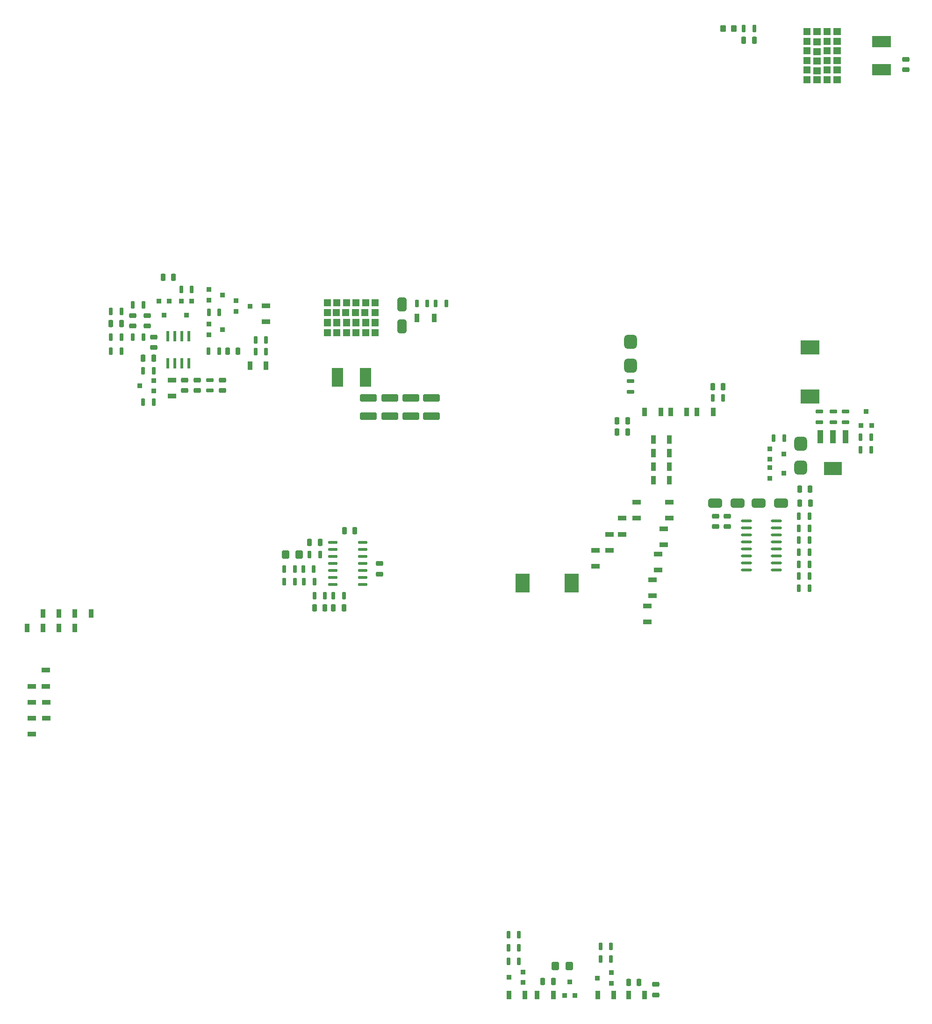
<source format=gtp>
G04*
G04 #@! TF.GenerationSoftware,Altium Limited,Altium Designer,25.3.3 (18)*
G04*
G04 Layer_Color=8421504*
%FSLAX44Y44*%
%MOMM*%
G71*
G04*
G04 #@! TF.SameCoordinates,95261EA5-16E4-4C31-8C51-D7BA18121D47*
G04*
G04*
G04 #@! TF.FilePolarity,Positive*
G04*
G01*
G75*
%ADD29R,3.5000X2.0000*%
%ADD30R,0.9500X0.9000*%
G04:AMPARAMS|DCode=31|XSize=0.9mm|YSize=1.6mm|CornerRadius=0.135mm|HoleSize=0mm|Usage=FLASHONLY|Rotation=0.000|XOffset=0mm|YOffset=0mm|HoleType=Round|Shape=RoundedRectangle|*
%AMROUNDEDRECTD31*
21,1,0.9000,1.3300,0,0,0.0*
21,1,0.6300,1.6000,0,0,0.0*
1,1,0.2700,0.3150,-0.6650*
1,1,0.2700,-0.3150,-0.6650*
1,1,0.2700,-0.3150,0.6650*
1,1,0.2700,0.3150,0.6650*
%
%ADD31ROUNDEDRECTD31*%
%ADD32R,0.9000X0.9500*%
G04:AMPARAMS|DCode=33|XSize=1.1mm|YSize=1.2mm|CornerRadius=0.165mm|HoleSize=0mm|Usage=FLASHONLY|Rotation=180.000|XOffset=0mm|YOffset=0mm|HoleType=Round|Shape=RoundedRectangle|*
%AMROUNDEDRECTD33*
21,1,1.1000,0.8700,0,0,180.0*
21,1,0.7700,1.2000,0,0,180.0*
1,1,0.3300,-0.3850,0.4350*
1,1,0.3300,0.3850,0.4350*
1,1,0.3300,0.3850,-0.4350*
1,1,0.3300,-0.3850,-0.4350*
%
%ADD33ROUNDEDRECTD33*%
G04:AMPARAMS|DCode=34|XSize=0.9mm|YSize=1.3mm|CornerRadius=0.225mm|HoleSize=0mm|Usage=FLASHONLY|Rotation=90.000|XOffset=0mm|YOffset=0mm|HoleType=Round|Shape=RoundedRectangle|*
%AMROUNDEDRECTD34*
21,1,0.9000,0.8500,0,0,90.0*
21,1,0.4500,1.3000,0,0,90.0*
1,1,0.4500,0.4250,0.2250*
1,1,0.4500,0.4250,-0.2250*
1,1,0.4500,-0.4250,-0.2250*
1,1,0.4500,-0.4250,0.2250*
%
%ADD34ROUNDEDRECTD34*%
G04:AMPARAMS|DCode=35|XSize=0.9mm|YSize=1.6mm|CornerRadius=0.135mm|HoleSize=0mm|Usage=FLASHONLY|Rotation=270.000|XOffset=0mm|YOffset=0mm|HoleType=Round|Shape=RoundedRectangle|*
%AMROUNDEDRECTD35*
21,1,0.9000,1.3300,0,0,270.0*
21,1,0.6300,1.6000,0,0,270.0*
1,1,0.2700,-0.6650,-0.3150*
1,1,0.2700,-0.6650,0.3150*
1,1,0.2700,0.6650,0.3150*
1,1,0.2700,0.6650,-0.3150*
%
%ADD35ROUNDEDRECTD35*%
G04:AMPARAMS|DCode=36|XSize=0.9mm|YSize=1.3mm|CornerRadius=0.225mm|HoleSize=0mm|Usage=FLASHONLY|Rotation=180.000|XOffset=0mm|YOffset=0mm|HoleType=Round|Shape=RoundedRectangle|*
%AMROUNDEDRECTD36*
21,1,0.9000,0.8500,0,0,180.0*
21,1,0.4500,1.3000,0,0,180.0*
1,1,0.4500,-0.2250,0.4250*
1,1,0.4500,0.2250,0.4250*
1,1,0.4500,0.2250,-0.4250*
1,1,0.4500,-0.2250,-0.4250*
%
%ADD36ROUNDEDRECTD36*%
G04:AMPARAMS|DCode=37|XSize=0.7mm|YSize=1.3mm|CornerRadius=0.105mm|HoleSize=0mm|Usage=FLASHONLY|Rotation=180.000|XOffset=0mm|YOffset=0mm|HoleType=Round|Shape=RoundedRectangle|*
%AMROUNDEDRECTD37*
21,1,0.7000,1.0900,0,0,180.0*
21,1,0.4900,1.3000,0,0,180.0*
1,1,0.2100,-0.2450,0.5450*
1,1,0.2100,0.2450,0.5450*
1,1,0.2100,0.2450,-0.5450*
1,1,0.2100,-0.2450,-0.5450*
%
%ADD37ROUNDEDRECTD37*%
G04:AMPARAMS|DCode=38|XSize=1.4mm|YSize=1.55mm|CornerRadius=0.35mm|HoleSize=0mm|Usage=FLASHONLY|Rotation=0.000|XOffset=0mm|YOffset=0mm|HoleType=Round|Shape=RoundedRectangle|*
%AMROUNDEDRECTD38*
21,1,1.4000,0.8500,0,0,0.0*
21,1,0.7000,1.5500,0,0,0.0*
1,1,0.7000,0.3500,-0.4250*
1,1,0.7000,-0.3500,-0.4250*
1,1,0.7000,-0.3500,0.4250*
1,1,0.7000,0.3500,0.4250*
%
%ADD38ROUNDEDRECTD38*%
G04:AMPARAMS|DCode=39|XSize=2.5mm|YSize=2.3mm|CornerRadius=0.575mm|HoleSize=0mm|Usage=FLASHONLY|Rotation=270.000|XOffset=0mm|YOffset=0mm|HoleType=Round|Shape=RoundedRectangle|*
%AMROUNDEDRECTD39*
21,1,2.5000,1.1500,0,0,270.0*
21,1,1.3500,2.3000,0,0,270.0*
1,1,1.1500,-0.5750,-0.6750*
1,1,1.1500,-0.5750,0.6750*
1,1,1.1500,0.5750,0.6750*
1,1,1.1500,0.5750,-0.6750*
%
%ADD39ROUNDEDRECTD39*%
G04:AMPARAMS|DCode=40|XSize=0.7mm|YSize=1.3mm|CornerRadius=0.105mm|HoleSize=0mm|Usage=FLASHONLY|Rotation=270.000|XOffset=0mm|YOffset=0mm|HoleType=Round|Shape=RoundedRectangle|*
%AMROUNDEDRECTD40*
21,1,0.7000,1.0900,0,0,270.0*
21,1,0.4900,1.3000,0,0,270.0*
1,1,0.2100,-0.5450,-0.2450*
1,1,0.2100,-0.5450,0.2450*
1,1,0.2100,0.5450,0.2450*
1,1,0.2100,0.5450,-0.2450*
%
%ADD40ROUNDEDRECTD40*%
G04:AMPARAMS|DCode=41|XSize=1.3mm|YSize=1.5mm|CornerRadius=0.195mm|HoleSize=0mm|Usage=FLASHONLY|Rotation=0.000|XOffset=0mm|YOffset=0mm|HoleType=Round|Shape=RoundedRectangle|*
%AMROUNDEDRECTD41*
21,1,1.3000,1.1100,0,0,0.0*
21,1,0.9100,1.5000,0,0,0.0*
1,1,0.3900,0.4550,-0.5550*
1,1,0.3900,-0.4550,-0.5550*
1,1,0.3900,-0.4550,0.5550*
1,1,0.3900,0.4550,0.5550*
%
%ADD41ROUNDEDRECTD41*%
%ADD42O,2.0000X0.5500*%
G04:AMPARAMS|DCode=43|XSize=0.9mm|YSize=1.6mm|CornerRadius=0.225mm|HoleSize=0mm|Usage=FLASHONLY|Rotation=180.000|XOffset=0mm|YOffset=0mm|HoleType=Round|Shape=RoundedRectangle|*
%AMROUNDEDRECTD43*
21,1,0.9000,1.1500,0,0,180.0*
21,1,0.4500,1.6000,0,0,180.0*
1,1,0.4500,-0.2250,0.5750*
1,1,0.4500,0.2250,0.5750*
1,1,0.4500,0.2250,-0.5750*
1,1,0.4500,-0.2250,-0.5750*
%
%ADD43ROUNDEDRECTD43*%
G04:AMPARAMS|DCode=44|XSize=1.3mm|YSize=3mm|CornerRadius=0.195mm|HoleSize=0mm|Usage=FLASHONLY|Rotation=270.000|XOffset=0mm|YOffset=0mm|HoleType=Round|Shape=RoundedRectangle|*
%AMROUNDEDRECTD44*
21,1,1.3000,2.6100,0,0,270.0*
21,1,0.9100,3.0000,0,0,270.0*
1,1,0.3900,-1.3050,-0.4550*
1,1,0.3900,-1.3050,0.4550*
1,1,0.3900,1.3050,0.4550*
1,1,0.3900,1.3050,-0.4550*
%
%ADD44ROUNDEDRECTD44*%
%ADD45R,0.5588X1.9812*%
G04:AMPARAMS|DCode=46|XSize=2.5mm|YSize=1.7mm|CornerRadius=0.425mm|HoleSize=0mm|Usage=FLASHONLY|Rotation=90.000|XOffset=0mm|YOffset=0mm|HoleType=Round|Shape=RoundedRectangle|*
%AMROUNDEDRECTD46*
21,1,2.5000,0.8500,0,0,90.0*
21,1,1.6500,1.7000,0,0,90.0*
1,1,0.8500,0.4250,0.8250*
1,1,0.8500,0.4250,-0.8250*
1,1,0.8500,-0.4250,-0.8250*
1,1,0.8500,-0.4250,0.8250*
%
%ADD46ROUNDEDRECTD46*%
%ADD47R,2.0000X3.5000*%
%ADD48R,3.5000X2.5000*%
%ADD49O,1.8000X0.5500*%
%ADD50R,3.3000X2.4000*%
%ADD51R,1.0000X2.4000*%
G04:AMPARAMS|DCode=52|XSize=2.5mm|YSize=1.7mm|CornerRadius=0.425mm|HoleSize=0mm|Usage=FLASHONLY|Rotation=0.000|XOffset=0mm|YOffset=0mm|HoleType=Round|Shape=RoundedRectangle|*
%AMROUNDEDRECTD52*
21,1,2.5000,0.8500,0,0,0.0*
21,1,1.6500,1.7000,0,0,0.0*
1,1,0.8500,0.8250,-0.4250*
1,1,0.8500,-0.8250,-0.4250*
1,1,0.8500,-0.8250,0.4250*
1,1,0.8500,0.8250,0.4250*
%
%ADD52ROUNDEDRECTD52*%
%ADD53R,2.5000X3.5000*%
G36*
X641554Y1698017D02*
X628854D01*
Y1710916D01*
X641554D01*
Y1698017D01*
D02*
G37*
G36*
X624180D02*
X611480D01*
Y1710916D01*
X624180D01*
Y1698017D01*
D02*
G37*
G36*
X606806D02*
X594106D01*
Y1710916D01*
X606806D01*
Y1698017D01*
D02*
G37*
G36*
X641554Y1679865D02*
X628854D01*
Y1692765D01*
X641554D01*
Y1679865D01*
D02*
G37*
G36*
X624180D02*
X611480D01*
Y1692765D01*
X624180D01*
Y1679865D01*
D02*
G37*
G36*
X606806D02*
X594106D01*
Y1692765D01*
X606806D01*
Y1679865D01*
D02*
G37*
G36*
X641554Y1734321D02*
X628854D01*
Y1747220D01*
X641554D01*
Y1734321D01*
D02*
G37*
G36*
X624180D02*
X611480D01*
Y1747220D01*
X624180D01*
Y1734321D01*
D02*
G37*
G36*
X606806D02*
X594106D01*
Y1747220D01*
X606806D01*
Y1734321D01*
D02*
G37*
G36*
X640284Y1716169D02*
X627584D01*
Y1729068D01*
X640284D01*
Y1716169D01*
D02*
G37*
G36*
X622910D02*
X610210D01*
Y1729068D01*
X622910D01*
Y1716169D01*
D02*
G37*
G36*
X606806D02*
X594106D01*
Y1729068D01*
X606806D01*
Y1716169D01*
D02*
G37*
G36*
X693676Y1698017D02*
X680976D01*
Y1710916D01*
X693676D01*
Y1698017D01*
D02*
G37*
G36*
X676302D02*
X663602D01*
Y1710916D01*
X676302D01*
Y1698017D01*
D02*
G37*
G36*
X658928D02*
X646228D01*
Y1710916D01*
X658928D01*
Y1698017D01*
D02*
G37*
G36*
X693676Y1679865D02*
X680976D01*
Y1692765D01*
X693676D01*
Y1679865D01*
D02*
G37*
G36*
X676302D02*
X663602D01*
Y1692765D01*
X676302D01*
Y1679865D01*
D02*
G37*
G36*
X658928D02*
X646228D01*
Y1692765D01*
X658928D01*
Y1679865D01*
D02*
G37*
G36*
X693676Y1734321D02*
X680976D01*
Y1747220D01*
X693676D01*
Y1734321D01*
D02*
G37*
G36*
X676302D02*
X663602D01*
Y1747220D01*
X676302D01*
Y1734321D01*
D02*
G37*
G36*
X658928D02*
X646228D01*
Y1747220D01*
X658928D01*
Y1734321D01*
D02*
G37*
G36*
X693676Y1716169D02*
X680976D01*
Y1729068D01*
X693676D01*
Y1716169D01*
D02*
G37*
G36*
X675032D02*
X662332D01*
Y1729068D01*
X675032D01*
Y1716169D01*
D02*
G37*
G36*
X657658D02*
X644958D01*
Y1729068D01*
X657658D01*
Y1716169D01*
D02*
G37*
G36*
X1475840Y2172774D02*
X1462941D01*
Y2185474D01*
X1475840D01*
Y2172774D01*
D02*
G37*
G36*
X1493992Y2171504D02*
X1481092D01*
Y2184204D01*
X1493992D01*
Y2171504D01*
D02*
G37*
G36*
X1475840Y2155401D02*
X1462941D01*
Y2168100D01*
X1475840D01*
Y2155401D01*
D02*
G37*
G36*
X1493992Y2154131D02*
X1481092D01*
Y2166830D01*
X1493992D01*
Y2154131D01*
D02*
G37*
G36*
Y2138027D02*
X1481092D01*
Y2150727D01*
X1493992D01*
Y2138027D01*
D02*
G37*
G36*
X1475840D02*
X1462941D01*
Y2150727D01*
X1475840D01*
Y2138027D01*
D02*
G37*
G36*
X1530296Y2172774D02*
X1517396D01*
Y2185474D01*
X1530296D01*
Y2172774D01*
D02*
G37*
G36*
X1512144D02*
X1499244D01*
Y2185474D01*
X1512144D01*
Y2172774D01*
D02*
G37*
G36*
X1530296Y2155401D02*
X1517396D01*
Y2168100D01*
X1530296D01*
Y2155401D01*
D02*
G37*
G36*
X1512144D02*
X1499244D01*
Y2168100D01*
X1512144D01*
Y2155401D01*
D02*
G37*
G36*
X1530296Y2138027D02*
X1517396D01*
Y2150727D01*
X1530296D01*
Y2138027D01*
D02*
G37*
G36*
X1512144D02*
X1499244D01*
Y2150727D01*
X1512144D01*
Y2138027D01*
D02*
G37*
G36*
X1493992Y2224896D02*
X1481092D01*
Y2237596D01*
X1493992D01*
Y2224896D01*
D02*
G37*
G36*
X1475840Y2224896D02*
X1462941D01*
Y2237596D01*
X1475840D01*
Y2224896D01*
D02*
G37*
G36*
Y2207522D02*
X1462941D01*
Y2220222D01*
X1475840D01*
Y2207522D01*
D02*
G37*
G36*
X1493992Y2206252D02*
X1481092D01*
Y2218952D01*
X1493992D01*
Y2206252D01*
D02*
G37*
G36*
X1475840Y2190148D02*
X1462941D01*
Y2202848D01*
X1475840D01*
Y2190148D01*
D02*
G37*
G36*
X1493992Y2188878D02*
X1481092D01*
Y2201578D01*
X1493992D01*
Y2188878D01*
D02*
G37*
G36*
X1530296Y2224896D02*
X1517396D01*
Y2237596D01*
X1530296D01*
Y2224896D01*
D02*
G37*
G36*
X1512144D02*
X1499244D01*
Y2237596D01*
X1512144D01*
Y2224896D01*
D02*
G37*
G36*
X1530296Y2207522D02*
X1517396D01*
Y2220222D01*
X1530296D01*
Y2207522D01*
D02*
G37*
G36*
X1512144D02*
X1499244D01*
Y2220222D01*
X1512144D01*
Y2207522D01*
D02*
G37*
G36*
X1530296Y2190148D02*
X1517396D01*
Y2202848D01*
X1530296D01*
Y2190148D01*
D02*
G37*
G36*
X1512144D02*
X1499244D01*
Y2202848D01*
X1512144D01*
Y2190148D01*
D02*
G37*
D29*
X1604310Y2162411D02*
D03*
Y2213211D02*
D03*
D30*
X954840Y509531D02*
D03*
X929840Y519031D02*
D03*
X954840Y528531D02*
D03*
X1114860Y508261D02*
D03*
X1089860Y517761D02*
D03*
X1114860Y527261D02*
D03*
X385600Y1745401D02*
D03*
X410600Y1754901D02*
D03*
X385600Y1764401D02*
D03*
Y1701701D02*
D03*
X410600Y1692201D02*
D03*
X385600Y1682701D02*
D03*
X435480Y1724921D02*
D03*
X460480Y1734421D02*
D03*
X435480Y1743921D02*
D03*
X285750Y1580800D02*
D03*
X260750Y1590301D02*
D03*
X285750Y1599801D02*
D03*
X1402280Y1456951D02*
D03*
X1427280Y1466451D02*
D03*
X1402280Y1475951D02*
D03*
Y1422661D02*
D03*
X1427280Y1432161D02*
D03*
X1402280Y1441661D02*
D03*
D31*
X958590Y487282D02*
D03*
X929590D02*
D03*
X1119400Y487281D02*
D03*
X1090400D02*
D03*
X1219900Y1492600D02*
D03*
X1190900D02*
D03*
X489480Y1626470D02*
D03*
X460480D02*
D03*
X85343Y1151491D02*
D03*
X56343D02*
D03*
X1219900Y1443576D02*
D03*
X1190900D02*
D03*
Y1468088D02*
D03*
X1219900D02*
D03*
X1190900Y1419064D02*
D03*
X1219900D02*
D03*
X114343Y1178160D02*
D03*
X85343D02*
D03*
X143343Y1151491D02*
D03*
X114343D02*
D03*
X143343Y1178160D02*
D03*
X172343D02*
D03*
X1175280Y487280D02*
D03*
X1146280D02*
D03*
X980650D02*
D03*
X1009650D02*
D03*
X1204490Y1542650D02*
D03*
X1175490D02*
D03*
X1222480D02*
D03*
X1251480D02*
D03*
X1270210D02*
D03*
X1299210D02*
D03*
D32*
X1049020Y486011D02*
D03*
X1039520Y511011D02*
D03*
X1030020Y486011D02*
D03*
X335940Y1743111D02*
D03*
X345440Y1718111D02*
D03*
X354940Y1743111D02*
D03*
X295300D02*
D03*
X304800Y1718111D02*
D03*
X314300Y1743111D02*
D03*
X1567180Y1518261D02*
D03*
X1576680Y1543261D02*
D03*
X1586180Y1518261D02*
D03*
D33*
X1317150Y2237341D02*
D03*
X1337150D02*
D03*
D34*
X248310Y1698251D02*
D03*
Y1717251D02*
D03*
X694692Y1249331D02*
D03*
Y1268331D02*
D03*
X1648699Y2181411D02*
D03*
Y2162411D02*
D03*
X1195070Y487281D02*
D03*
Y506281D02*
D03*
X341629Y1600411D02*
D03*
Y1581411D02*
D03*
X364489Y1600411D02*
D03*
Y1581411D02*
D03*
X410212D02*
D03*
Y1600411D02*
D03*
X285750Y1678491D02*
D03*
Y1659491D02*
D03*
X274322Y1698251D02*
D03*
Y1717251D02*
D03*
X1303589Y1334981D02*
D03*
Y1353981D02*
D03*
X1325179Y1334981D02*
D03*
Y1353981D02*
D03*
D35*
X489480Y1706201D02*
D03*
Y1735201D02*
D03*
X64770Y1017191D02*
D03*
Y1046191D02*
D03*
X91441Y988191D02*
D03*
Y1017191D02*
D03*
X90171Y1046191D02*
D03*
Y1075191D02*
D03*
X64770Y959191D02*
D03*
Y988191D02*
D03*
X1179901Y1191601D02*
D03*
Y1162601D02*
D03*
X1209961Y1331091D02*
D03*
Y1302091D02*
D03*
X1199801Y1285371D02*
D03*
Y1256371D02*
D03*
X1189501Y1239201D02*
D03*
Y1210201D02*
D03*
X318770Y1571331D02*
D03*
Y1600331D02*
D03*
X1220121Y1350351D02*
D03*
Y1379351D02*
D03*
X1160781Y1350351D02*
D03*
Y1379351D02*
D03*
X1134111Y1321351D02*
D03*
Y1350351D02*
D03*
X1111251Y1292351D02*
D03*
Y1321351D02*
D03*
X1085851Y1263351D02*
D03*
Y1292351D02*
D03*
D36*
X650500Y1327599D02*
D03*
X631500D02*
D03*
X568350Y1306429D02*
D03*
X587350D02*
D03*
X577240Y1188319D02*
D03*
X596240D02*
D03*
X1125340Y1526809D02*
D03*
X1144340D02*
D03*
X1125340Y1506489D02*
D03*
X1144340D02*
D03*
X611530Y1188319D02*
D03*
X630530D02*
D03*
X1146280Y510139D02*
D03*
X1165280D02*
D03*
X1009650Y511412D02*
D03*
X990650D02*
D03*
X302920Y1786489D02*
D03*
X321920D02*
D03*
X227480Y1702884D02*
D03*
X208480D02*
D03*
X419760Y1653139D02*
D03*
X438760D02*
D03*
X285750Y1640442D02*
D03*
X266750D02*
D03*
X1354729Y2215749D02*
D03*
X1373729D02*
D03*
X1317600Y1588369D02*
D03*
X1298600D02*
D03*
X1475240Y1377549D02*
D03*
X1456240D02*
D03*
X1475080Y1402949D02*
D03*
X1456080D02*
D03*
D37*
X568350Y1284841D02*
D03*
X587350D02*
D03*
X575920Y1258121D02*
D03*
X556920D02*
D03*
X558190Y1235311D02*
D03*
X577190D02*
D03*
X541630Y1258121D02*
D03*
X522630D02*
D03*
X541630Y1235311D02*
D03*
X522630D02*
D03*
X630530Y1209911D02*
D03*
X611530D02*
D03*
X577240D02*
D03*
X596240D02*
D03*
X470480Y1651871D02*
D03*
X489480D02*
D03*
X1473810Y1245541D02*
D03*
Y1353844D02*
D03*
Y1332183D02*
D03*
Y1310523D02*
D03*
Y1288862D02*
D03*
X1114400Y574911D02*
D03*
X1095400D02*
D03*
X1114400Y552051D02*
D03*
X1095400D02*
D03*
X928590Y572371D02*
D03*
X947590D02*
D03*
Y596501D02*
D03*
X928590D02*
D03*
Y548241D02*
D03*
X947590D02*
D03*
X796950Y1739501D02*
D03*
X815950D02*
D03*
X781660D02*
D03*
X762660D02*
D03*
X335940Y1764901D02*
D03*
X354940D02*
D03*
X385900Y1723101D02*
D03*
X404900D02*
D03*
X404470Y1653141D02*
D03*
X385470D02*
D03*
X208480Y1724897D02*
D03*
X227480D02*
D03*
X248310Y1736901D02*
D03*
X267310D02*
D03*
X285750Y1617581D02*
D03*
X266750D02*
D03*
Y1560431D02*
D03*
X285750D02*
D03*
X227600Y1652901D02*
D03*
X208600D02*
D03*
X208480Y1678331D02*
D03*
X227480D02*
D03*
X248310Y1678491D02*
D03*
X267310D02*
D03*
X470480Y1673461D02*
D03*
X489480D02*
D03*
X1373729Y2237341D02*
D03*
X1354729D02*
D03*
X1317600Y1568051D02*
D03*
X1298600D02*
D03*
X1428090Y1495661D02*
D03*
X1409090D02*
D03*
X1585570Y1474071D02*
D03*
X1566570D02*
D03*
X1454810Y1353844D02*
D03*
Y1332183D02*
D03*
Y1310523D02*
D03*
Y1288862D02*
D03*
Y1267202D02*
D03*
X1473810D02*
D03*
X1454810Y1245541D02*
D03*
Y1223881D02*
D03*
X1473810D02*
D03*
X1585570Y1496931D02*
D03*
X1566570D02*
D03*
D38*
X525210Y1284842D02*
D03*
X549210D02*
D03*
D39*
X1149350Y1669561D02*
D03*
X1149350Y1626561D02*
D03*
X1457960Y1442411D02*
D03*
X1457960Y1485411D02*
D03*
D40*
X1149350Y1579500D02*
D03*
Y1598501D02*
D03*
X387350Y1600411D02*
D03*
Y1581411D02*
D03*
X1517100Y1524401D02*
D03*
Y1543401D02*
D03*
X1539380Y1543261D02*
D03*
Y1524261D02*
D03*
X1491890Y1543261D02*
D03*
Y1524261D02*
D03*
D41*
X1013660Y539351D02*
D03*
X1038660D02*
D03*
D42*
X1413840Y1256901D02*
D03*
Y1269601D02*
D03*
Y1282301D02*
D03*
Y1295001D02*
D03*
Y1307701D02*
D03*
Y1320401D02*
D03*
Y1333101D02*
D03*
Y1345801D02*
D03*
X1359840Y1256901D02*
D03*
Y1269601D02*
D03*
Y1282301D02*
D03*
Y1295001D02*
D03*
Y1307701D02*
D03*
Y1320401D02*
D03*
Y1333101D02*
D03*
Y1345801D02*
D03*
D43*
X762750Y1712831D02*
D03*
X793750D02*
D03*
D44*
X713741Y1568041D02*
D03*
Y1535041D02*
D03*
X674371Y1568041D02*
D03*
Y1535041D02*
D03*
X751841Y1568041D02*
D03*
Y1535041D02*
D03*
X788671Y1568041D02*
D03*
Y1535041D02*
D03*
D45*
X349250Y1680319D02*
D03*
X336550D02*
D03*
X323850D02*
D03*
X311150D02*
D03*
Y1631043D02*
D03*
X323850D02*
D03*
X336550D02*
D03*
X349250D02*
D03*
D46*
X735330Y1737911D02*
D03*
X735330Y1697910D02*
D03*
D47*
X618490Y1605851D02*
D03*
X669290D02*
D03*
D48*
X1474470Y1659541D02*
D03*
Y1570540D02*
D03*
D49*
X610540Y1306431D02*
D03*
Y1293731D02*
D03*
Y1281031D02*
D03*
Y1268331D02*
D03*
Y1255631D02*
D03*
Y1242931D02*
D03*
Y1230231D02*
D03*
X664540Y1306431D02*
D03*
Y1293731D02*
D03*
Y1281031D02*
D03*
Y1268331D02*
D03*
Y1255631D02*
D03*
Y1242931D02*
D03*
Y1230231D02*
D03*
D50*
X1516380Y1439991D02*
D03*
D51*
X1493380Y1497991D02*
D03*
X1516380D02*
D03*
X1539380D02*
D03*
D52*
X1382080Y1377551D02*
D03*
X1422080Y1377551D02*
D03*
X1303340Y1377551D02*
D03*
X1343340Y1377551D02*
D03*
D53*
X1042721Y1232771D02*
D03*
X953720D02*
D03*
M02*

</source>
